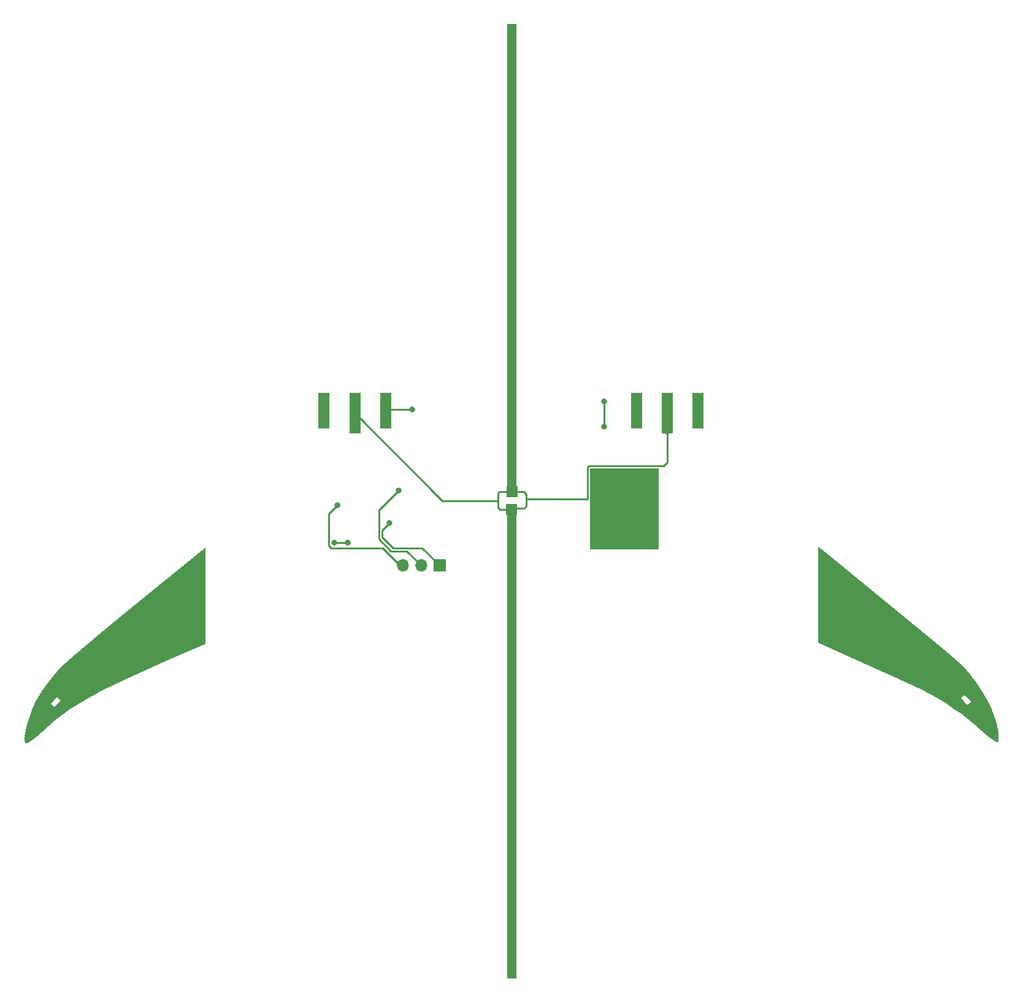
<source format=gtl>
%TF.GenerationSoftware,KiCad,Pcbnew,5.1.6-c6e7f7d~86~ubuntu18.04.1*%
%TF.CreationDate,2020-06-07T16:50:32-04:00*%
%TF.ProjectId,aerospace_badge,6165726f-7370-4616-9365-5f6261646765,V01*%
%TF.SameCoordinates,Original*%
%TF.FileFunction,Copper,L1,Top*%
%TF.FilePolarity,Positive*%
%FSLAX46Y46*%
G04 Gerber Fmt 4.6, Leading zero omitted, Abs format (unit mm)*
G04 Created by KiCad (PCBNEW 5.1.6-c6e7f7d~86~ubuntu18.04.1) date 2020-06-07 16:50:32*
%MOMM*%
%LPD*%
G01*
G04 APERTURE LIST*
%TA.AperFunction,EtchedComponent*%
%ADD10C,0.100000*%
%TD*%
%TA.AperFunction,SMDPad,CuDef*%
%ADD11R,1.524000X1.524000*%
%TD*%
%TA.AperFunction,SMDPad,CuDef*%
%ADD12R,1.600000X4.900000*%
%TD*%
%TA.AperFunction,SMDPad,CuDef*%
%ADD13R,1.600000X5.600000*%
%TD*%
%TA.AperFunction,ComponentPad*%
%ADD14R,1.700000X1.700000*%
%TD*%
%TA.AperFunction,ComponentPad*%
%ADD15O,1.700000X1.700000*%
%TD*%
%TA.AperFunction,ViaPad*%
%ADD16C,0.800000*%
%TD*%
%TA.AperFunction,Conductor*%
%ADD17C,0.250000*%
%TD*%
%TA.AperFunction,Conductor*%
%ADD18C,0.254000*%
%TD*%
G04 APERTURE END LIST*
D10*
%TO.C,J3*%
G36*
X159019962Y-83824782D02*
G01*
X168476062Y-83824782D01*
X168476062Y-94938772D01*
X159019962Y-94938772D01*
X159019962Y-83824782D01*
G37*
G36*
X105923959Y-94756626D02*
G01*
X85461642Y-115322297D01*
X85993910Y-115768781D01*
X85156750Y-116766652D01*
X84624482Y-116319652D01*
X85461642Y-115322297D01*
X105923959Y-94756626D01*
X105417528Y-95165386D01*
X98360596Y-100875116D01*
X92339259Y-105811764D01*
X87993271Y-109447719D01*
X86647616Y-110613023D01*
X85959803Y-111254844D01*
X84954180Y-112399476D01*
X84059660Y-113541008D01*
X83277280Y-114678407D01*
X82607034Y-115811154D01*
X82049446Y-116938218D01*
X81604512Y-118059078D01*
X81273267Y-119173741D01*
X81055708Y-120280649D01*
X80996280Y-120836171D01*
X80995751Y-121271802D01*
X81053113Y-121576176D01*
X81167317Y-121738958D01*
X81266536Y-121738429D01*
X81436034Y-121665563D01*
X81947632Y-121330701D01*
X82628725Y-120788099D01*
X83405423Y-120092017D01*
X84229663Y-119352009D01*
X85143301Y-118600119D01*
X86128255Y-117847710D01*
X87166951Y-117107702D01*
X88240270Y-116393018D01*
X89330642Y-115716058D01*
X90419466Y-115089223D01*
X91489168Y-114524914D01*
X94823847Y-112959118D01*
X100650366Y-110325172D01*
X105923946Y-107980612D01*
X105923959Y-94756626D01*
G37*
G36*
X190519311Y-94604697D02*
G01*
X210775954Y-115015338D01*
X211613112Y-116013209D01*
X211080847Y-116459693D01*
X210243686Y-115461822D01*
X210775954Y-115015338D01*
X190519311Y-94604697D01*
X190519311Y-107828696D01*
X195792891Y-110173256D01*
X201619408Y-112807205D01*
X204954089Y-114372998D01*
X206023789Y-114937307D01*
X207112613Y-115564142D01*
X208202984Y-116241102D01*
X209276304Y-116955787D01*
X210315002Y-117695794D01*
X211299953Y-118448203D01*
X212213594Y-119200094D01*
X213037832Y-119940101D01*
X213814530Y-120636183D01*
X214495625Y-121178785D01*
X215007221Y-121513650D01*
X215176721Y-121586513D01*
X215275940Y-121587043D01*
X215390144Y-121424263D01*
X215447503Y-121119886D01*
X215446974Y-120684255D01*
X215387546Y-120128733D01*
X215169987Y-119021825D01*
X214838742Y-117907165D01*
X214393808Y-116786302D01*
X213836220Y-115659238D01*
X213165978Y-114526491D01*
X212383594Y-113389092D01*
X211489078Y-112247561D01*
X210483452Y-111102928D01*
X209795638Y-110461107D01*
X208449986Y-109295803D01*
X204103999Y-105659849D01*
X198082659Y-100723200D01*
X191025727Y-95013470D01*
X190519311Y-94604697D01*
G37*
G36*
X147603992Y-89024312D02*
G01*
X148843462Y-89024312D01*
X148843462Y-154197782D01*
X147603992Y-154197782D01*
X147603992Y-89024312D01*
G37*
G36*
X147613912Y-22506356D02*
G01*
X148853382Y-22506356D01*
X148853382Y-87679822D01*
X147613912Y-87679822D01*
X147613912Y-22506356D01*
G37*
%TD*%
D11*
%TO.P,J3,1*%
%TO.N,Net-(J2-Pad1)*%
X148206460Y-89496900D03*
X148244560Y-87038180D03*
%TD*%
D12*
%TO.P,J2,2*%
%TO.N,GND*%
X173957400Y-75844400D03*
D13*
%TO.P,J2,1*%
%TO.N,Net-(J2-Pad1)*%
X169697400Y-76194400D03*
D12*
%TO.P,J2,2*%
%TO.N,GND*%
X165437400Y-75844400D03*
%TD*%
%TO.P,J4,2*%
%TO.N,GND*%
X130840900Y-75850000D03*
D13*
%TO.P,J4,1*%
%TO.N,Net-(J2-Pad1)*%
X126580900Y-76200000D03*
D12*
%TO.P,J4,2*%
%TO.N,GND*%
X122320900Y-75850000D03*
%TD*%
D14*
%TO.P,J5,1*%
%TO.N,Net-(J1-Pad3)*%
X138252200Y-97205800D03*
D15*
%TO.P,J5,2*%
%TO.N,Net-(J1-Pad4)*%
X135712200Y-97205800D03*
%TO.P,J5,3*%
%TO.N,GND*%
X133172200Y-97205800D03*
%TD*%
D16*
%TO.N,GND*%
X134518400Y-75666600D03*
X160972500Y-74574400D03*
X160972500Y-78028800D03*
X124155200Y-88849200D03*
%TO.N,Net-(J1-Pad3)*%
X131318000Y-91363800D03*
%TO.N,Net-(J1-Pad4)*%
X132588000Y-86829900D03*
%TO.N,Net-(R4-Pad1)*%
X125574684Y-94081600D03*
X123685300Y-94081600D03*
%TD*%
D17*
%TO.N,GND*%
X131024300Y-75666600D02*
X130840900Y-75850000D01*
X134518400Y-75666600D02*
X131024300Y-75666600D01*
X160972500Y-74574400D02*
X160972500Y-78028800D01*
X160972500Y-78028800D02*
X160985200Y-78028800D01*
X122960299Y-94429601D02*
X122960299Y-90044101D01*
X122960299Y-90044101D02*
X124155200Y-88849200D01*
X123337299Y-94806601D02*
X130402499Y-94806601D01*
X122960299Y-94429601D02*
X123337299Y-94806601D01*
X132801698Y-97205800D02*
X133172200Y-97205800D01*
X130402499Y-94806601D02*
X132801698Y-97205800D01*
%TO.N,Net-(J1-Pad3)*%
X131839289Y-94767989D02*
X130332910Y-93261610D01*
X130332910Y-93261610D02*
X130332910Y-92348890D01*
X130332910Y-92348890D02*
X131318000Y-91363800D01*
X135814389Y-94767989D02*
X138252200Y-97205800D01*
X131839289Y-94767989D02*
X135814389Y-94767989D01*
%TO.N,Net-(J1-Pad4)*%
X131527299Y-95217999D02*
X129882900Y-93573600D01*
X129882900Y-93573600D02*
X129882900Y-89535000D01*
X129882900Y-89535000D02*
X132588000Y-86829900D01*
X133724399Y-95217999D02*
X135712200Y-97205800D01*
X131527299Y-95217999D02*
X133724399Y-95217999D01*
%TO.N,Net-(J2-Pad1)*%
X146570700Y-89484200D02*
X148193760Y-89484200D01*
X146291300Y-89204800D02*
X146570700Y-89484200D01*
X148231860Y-87025480D02*
X146537680Y-87025480D01*
X146537680Y-87025480D02*
X146291300Y-87271860D01*
D18*
X169570400Y-77266800D02*
X169570400Y-78994000D01*
D17*
X146215100Y-88277700D02*
X146291300Y-88201500D01*
X138658600Y-88277700D02*
X146215100Y-88277700D01*
X126580900Y-76200000D02*
X138658600Y-88277700D01*
X146291300Y-87271860D02*
X146291300Y-88201500D01*
X146291300Y-88201500D02*
X146291300Y-89204800D01*
X148231860Y-87025480D02*
X149877780Y-87025480D01*
X149877780Y-87025480D02*
X150202900Y-87350600D01*
X150202900Y-89014300D02*
X149898100Y-89319100D01*
X148358860Y-89319100D02*
X148193760Y-89484200D01*
X149898100Y-89319100D02*
X148358860Y-89319100D01*
X169697400Y-76194400D02*
X169697400Y-82956400D01*
X169697400Y-82956400D02*
X169227500Y-83426300D01*
X169227500Y-83426300D02*
X158889700Y-83426300D01*
X158889700Y-83426300D02*
X158661100Y-83654900D01*
X158661100Y-83654900D02*
X158661100Y-88036400D01*
X150329900Y-88036400D02*
X150202900Y-87909400D01*
X150202900Y-87350600D02*
X150202900Y-87909400D01*
X158661100Y-88036400D02*
X150329900Y-88036400D01*
X150202900Y-87909400D02*
X150202900Y-89014300D01*
%TO.N,Net-(R4-Pad1)*%
X125574684Y-94081600D02*
X123685300Y-94081600D01*
%TD*%
M02*

</source>
